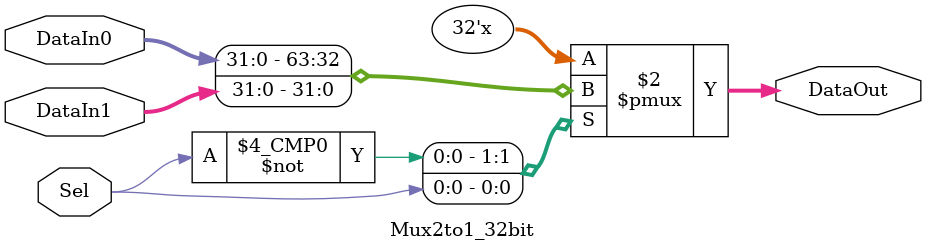
<source format=v>
`timescale 1ns / 1ps
module Mux2to1_32bit(DataIn0, DataIn1, Sel, DataOut);
	input 					Sel;
	input 		[31:0] 	DataIn0, DataIn1;
	output reg 	[31:0]	DataOut;

	always@(Sel, DataIn0, DataIn1) 
	begin
		case(Sel)
			1'b0: 	DataOut <= DataIn0; 
			1'b1: 	DataOut <= DataIn1;
			default: DataOut <= 32'bX; //assign X unknown by defaults
		endcase
	end
endmodule

</source>
